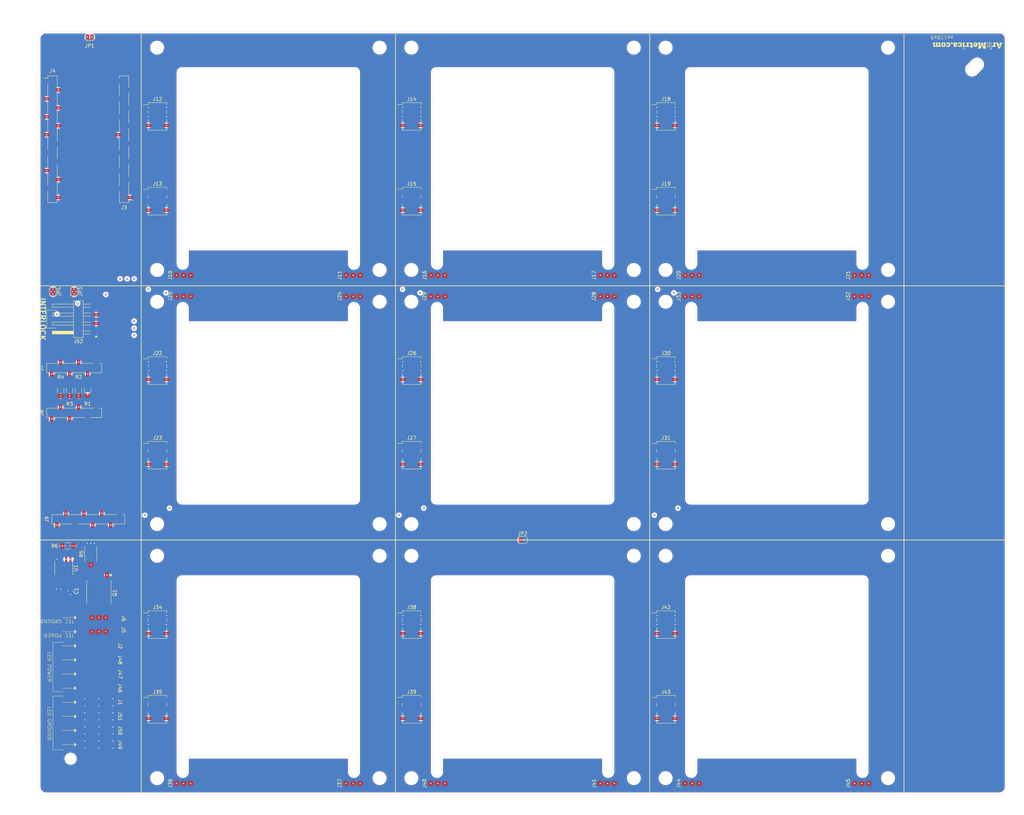
<source format=kicad_pcb>
(kicad_pcb (version 20241229) (generator "pcbnew") (generator_version "9.0")
  (layers (0 "F.Cu" power) (4 "In1.Cu" signal) (6 "In2.Cu" signal) (2 "B.Cu" power) (13 "F.Paste" user) (15 "B.Paste" user) (5 "F.SilkS" user "F.Silkscreen") (7 "B.SilkS" user "B.Silkscreen") (1 "F.Mask" user) (3 "B.Mask" user) (25 "Edge.Cuts" user))
  (net 0 "")
  (net 1 "/VGND")
  (net 2 "/VSS")
  (net 5 "/AREF")
  (net 7 "/DAC")
  (net 17 "/CIPO")
  (net 19 "/SCL3")
  (net 21 "/3V3")
  (net 22 "/VIN")
  (net 23 "/DUINO_GND")
  (net 24 "/COPI")
  (net 25 "/+5V")
  (net 26 "/SDA3")
  (net 27 "/~{RST}")
  (net 29 "/CK")
  (net 30 "/CS")
  (net 31 "/V_PSS")
  (net 32 "/V_PGND")
  (net 33 "/VD")
  (net 34 "/VC")
  (net 35 "/V_CGND")
  (net 37 "/VA")
  (net 38 "/VB")
  (net 39 "Net-(J52-Pin_2)")
  (net 40 "Net-(J8-Pin_3)")
  (net 41 "Net-(J8-Pin_4)")
  (net 47 "Net-(J11-Pin_1)")
  (net 48 "Net-(J17-Pin_1)")
  (net 49 "Net-(J21-Pin_1)")
  (net 50 "Net-(J25-Pin_1)")
  (net 51 "Net-(J37-Pin_1)")
  (net 52 "Net-(J41-Pin_1)")
  (net 53 "Net-(J24-Pin_1)")
  (net 54 "Net-(J28-Pin_1)")
  (net 56 "Net-(Q1-B)")
  (net 57 "Net-(Q1-E)")
  (net 58 "unconnected-(U1-Pad7)")
  (footprint "custom:TE_2834012-3_1x01_P4.0mm_Horizontal" (layer "F.Cu") (at -123.4 94 -90)
    (property "Reference" "J49")
    (property "Value" "Conn_01x01")
  )
  (footprint "Jumper:SolderJumper-2_P1.3mm_Open_RoundedPad1.0x1.5mm" (layer "F.Cu") (at -122.6 -106.5)
    (property "Reference" "JP1")
    (property "Value" "SolderJumper_2_Open")
  )
  (footprint "Package_TO_SOT_SMD:TO-252-2" (layer "F.Cu") (at -120 51 -90)
    (property "Reference" "Q1")
    (property "Value" "Q_NPN_CBE")
  )
  (footprint "Connector_PinHeader_2.54mm:PinHeader_2x03_P2.54mm_Vertical_SMD" (layer "F.Cu") (at 40.6 -60)
    (property "Reference" "J19")
    (property "Value" "Conn_02x03_Odd_Even")
  )
  (footprint "custom:MountingHole_3.50mm" (layer "F.Cu") (at 31.5 103.5)
    (property "Reference" "H17" (hide yes))
    (property "Value" "MountingHole" (hide yes))
  )
  (footprint "Connector_Wire:SolderWirePad_1x01_SMD_3x6mm" (layer "F.Cu") (at 48 105 90)
    (property "Reference" "J44")
    (property "Value" "Conn_01x01")
  )
  (footprint "Connector_PinHeader_2.54mm:PinHeader_2x03_P2.54mm_Vertical_SMD" (layer "F.Cu") (at -103.4 -12)
    (property "Reference" "J22")
    (property "Value" "Conn_02x03_Odd_Even")
  )
  (footprint "custom:MountingHole_3.50mm" (layer "F.Cu") (at 31.5 -40.5)
    (property "Reference" "H8" (hide yes))
    (property "Value" "MountingHole" (hide yes))
  )
  (footprint "custom:MountingHole_3.50mm" (layer "F.Cu") (at -31.5 -40.5)
    (property "Reference" "H24" (hide yes))
    (property "Value" "MountingHole" (hide yes))
  )
  (footprint "Connector_PinHeader_2.54mm:PinHeader_2x03_P2.54mm_Vertical_SMD" (layer "F.Cu") (at 40.6 60)
    (property "Reference" "J42")
    (property "Value" "Conn_02x03_Odd_Even")
  )
  (footprint "Connector_Wire:SolderWirePad_1x01_SMD_3x6mm" (layer "F.Cu") (at -48 -39 90)
    (property "Reference" "J11")
    (property "Value" "Conn_01x01")
  )
  (footprint "custom:MountingHole_3.50mm" (layer "F.Cu") (at 40.5 -40.5)
    (property "Reference" "H31" (hide yes))
    (property "Value" "MountingHole" (hide yes))
  )
  (footprint "Connector_PinHeader_2.54mm:PinHeader_2x03_P2.54mm_Vertical_SMD" (layer "F.Cu") (at -31.4 12)
    (property "Reference" "J27")
    (property "Value" "Conn_02x03_Odd_Even")
  )
  (footprint "custom:MountingHole_3.50mm" (layer "F.Cu") (at 40.5 -31.5)
    (property "Reference" "H20" (hide yes))
    (property "Value" "MountingHole" (hide yes))
  )
  (footprint "custom:site_small" (layer "F.Cu") (at 126 -104 180)
    (property "Reference" "SYM1" (hide yes))
    (property "Value" "Logo_Open_Hardware_Small" (hide yes))
  )
  (footprint "Connector_PinSocket_2.54mm:PinSocket_1x14_P2.54mm_Vertical_SMD_Pin1Left" (layer "F.Cu") (at -112.87 -77.55 180)
    (property "Reference" "J3")
    (property "Value" "Conn_01x14")
  )
  (footprint "Connector_PinHeader_2.54mm:PinHeader_2x03_P2.54mm_Vertical_SMD" (layer "F.Cu") (at -103.4 -60)
    (property "Reference" "J13")
    (property "Value" "Conn_02x03_Odd_Even")
  )
  (footprint "Connector_PinHeader_2.54mm:PinHeader_2x03_P2.54mm_Vertical_SMD" (layer "F.Cu") (at 40.6 12)
    (property "Reference" "J31")
    (property "Value" "Conn_02x03_Odd_Even")
  )
  (footprint "Jumper:SolderJumper-2_P1.3mm_Bridged_RoundedPad1.0x1.5mm" (layer "F.Cu") (at -133 -34.35 -90)
    (property "Reference" "JP4")
    (property "Value" "SolderJumper_2_Bridged")
  )
  (footprint "Connector_PinHeader_2.54mm:PinHeader_2x03_P2.54mm_Vertical_SMD" (layer "F.Cu") (at -31.4 -60)
    (property "Reference" "J15")
    (property "Value" "Conn_02x03_Odd_Even")
  )
  (footprint "custom:MountingHole_3.50mm" (layer "F.Cu") (at -40.5 103.5)
    (property "Reference" "H21" (hide yes))
    (property "Value" "MountingHole" (hide yes))
  )
  (footprint "Connector_Wire:SolderWirePad_1x01_SMD_3x6mm" (layer "F.Cu") (at -24 -33 90)
    (property "Reference" "J29")
    (property "Value" "Conn_01x01")
  )
  (footprint "Jumper:SolderJumper-2_P1.3mm_Bridged2Bar_RoundedPad1.0x1.5mm" (layer "F.Cu") (at 0 36)
    (property "Reference" "JP2")
    (property "Value" "SolderJumper_2_Bridged")
  )
  (footprint "custom:MountingHole_3.50mm" (layer "F.Cu") (at 31.5 -103.5)
    (property "Reference" "H25" (hide yes))
    (property "Value" "MountingHole" (hide yes))
  )
  (footprint "Connector_PinSocket_2.54mm:PinSocket_1x06_P2.54mm_Vertical_SMD_Pin1Left" (layer "F.Cu") (at -127 -12.7 90)
    (property "Reference" "J7")
    (property "Value" "Conn_01x06")
  )
  (footprint "Package_SO:SOIC-8_3.9x4.9mm_P1.27mm" (layer "F.Cu") (at -129.935 43.975 -90)
    (property "Reference" "U1")
    (property "Value" "OPA2994xD")
  )
  (footprint "Connector_Wire:SolderWirePad_1x01_SMD_3x6mm" (layer "F.Cu") (at 24 -39 90)
    (property "Reference" "J17")
    (property "Value" "Conn_01x01")
  )
  (footprint "custom:MountingHole_3.50mm" (layer "F.Cu") (at 40.5 103.5)
    (property "Reference" "H34" (hide yes))
    (property "Value" "MountingHole" (hide yes))
  )
  (footprint "Connector_PinSocket_2.54mm:PinSocket_1x08_P2.54mm_Vertical_SMD_Pin1Left" (layer "F.Cu") (at -122.98 30.15 90)
    (property "Reference" "J9")
    (property "Value" "Conn_01x08")
  )
  (footprint "custom:MountingHole_3.50mm" (layer "F.Cu") (at 40.5 40.5)
    (property "Reference" "H11" (hide yes))
    (property "Value" "MountingHole" (hide yes))
  )
  (footprint "Connector_Wire:SolderWirePad_1x01_SMD_3x6mm" (layer "F.Cu") (at 48 -33 90)
    (property "Reference" "J33")
    (property "Value" "Conn_01x01")
  )
  (footprint "custom:MountingHole_3.50mm" (layer "F.Cu") (at 103.5 103.5)
    (property "Reference" "H27" (hide yes))
    (property "Value" "MountingHole" (hide yes))
  )
  (footprint "custom:TE_2834012-3_1x01_P4.0mm_Horizontal" (layer "F.Cu") (at -123.4 58 -90)
    (property "Reference" "J6")
    (property "Value" "Conn_01x01")
  )
  (footprint "custom:MountingHole_3.50mm" (layer "F.Cu") (at -31.5 103.5)
    (property "Reference" "H28" (hide yes))
    (property "Value" "MountingHole" (hide yes))
  )
  (footprint "Capacitor_SMD:C_0805_2012Metric_Pad1.18x1.45mm_HandSolder" (layer "F.Cu") (at -128.03 50.45 -90)
    (property "Reference" "C1")
    (property "Value" "C")
  )
  (footprint "Connector_Wire:SolderWirePad_1x01_SMD_3x6mm" (layer "F.Cu") (at -96 -39 90)
    (property "Reference" "J10")
    (property "Value" "Conn_01x01")
  )
  (footprint "custom:MountingHole_3.50mm" (layer "F.Cu") (at -40.5 40.5)
    (property "Reference" "H5" (hide yes))
    (property "Value" "MountingHole" (hide yes))
  )
  (footprint "custom:TE_2834012-3_1x01_P4.0mm_Horizontal" (layer "F.Cu") (at -123.4 86 -90)
    (property "Reference" "J51")
    (property "Value" "Conn_01x01")
  )
  (footprint "Connector_Wire:SolderWirePad_1x01_SMD_3x6mm" (layer "F.Cu") (at 96 -39 90)
    (property "Reference" "J21")
    (property "Value" "Conn_01x01")
  )
  (footprint "Connector_Wire:SolderWirePad_1x01_SMD_3x6mm" (layer "F.Cu") (at -96 -33 90)
    (property "Reference" "J25")
    (property "Value" "Conn_01x01")
  )
  (footprint "custom:MountingHole_3.50mm" (layer "F.Cu") (at -40.5 -103.5)
    (property "Reference" "H13" (hide yes))
    (property "Value" "MountingHole" (hide yes))
  )
  (footprint "Jumper:SolderJumper-2_P1.3mm_Bridged_RoundedPad1.0x1.5mm" (layer "F.Cu") (at -127 -34.35 -90)
    (property "Reference" "JP3")
    (property "Value" "SolderJumper_2_Bridged")
  )
  (footprint "Connector_PinHeader_2.54mm:PinHeader_2x03_P2.54mm_Vertical_SMD" (layer "F.Cu") (at 40.6 -84)
    (property "Reference" "J18")
    (property "Value" "Conn_02x03_Odd_Even")
  )
  (footprint "custom:TE_2834012-3_1x01_P4.0mm_Horizontal" (layer "F.Cu") (at -123.4 74 -90)
    (property "Reference" "J47")
    (property "Value" "Conn_01x01")
  )
  (footprint "Connector_PinHeader_2.54mm:PinHeader_2x03_P2.54mm_Vertical_SMD" (layer "F.Cu") (at -103.4 -84)
    (property "Reference" "J12")
    (property "Value" "Conn_02x03_Odd_Even")
  )
  (footprint "custom:MountingHole_3.50mm" (layer "F.Cu") (at -40.5 -40.5)
    (property "Reference" "H2" (hide yes))
    (property "Value" "MountingHole" (hide yes))
  )
  (footprint "Connector_Wire:SolderWirePad_1x01_SMD_3x6mm" (layer "F.Cu") (at -48 -33 90)
    (property "Reference" "J24")
    (property "Value" "Conn_01x01")
  )
  (footprint "custom:MountingHole_3.50mm" (layer "F.Cu") (at -31.5 -103.5)
    (property "Reference" "H19" (hide yes))
    (property "Value" "MountingHole" (hide yes))
  )
  (footprint "Connector_PinSocket_2.54mm:PinSocket_1x14_P2.54mm_Vertical_SMD_Pin1Left" (layer "F.Cu") (at -133.13 -77.55)
    (property "Reference" "J4")
    (property "Value" "Conn_01x14")
  )
  (footprint "custom:MountingHole_3.50mm" (layer "F.Cu") (at 103.5 40.5)
    (property "Reference" "H33" (hide yes))
    (property "Value" "MountingHole" (hide yes))
  )
  (footprint "custom:MountingHole_3.50mm" (layer "F.Cu") (at 31.5 -31.5)
    (property "Reference" "H3" (hide yes))
    (property "Value" "MountingHole" (hide yes))
  )
  (footprint "Connector_Wire:SolderWirePad_1x01_SMD_3x6mm" (layer "F.Cu") (at 96 -33 90)
    (property "Reference" "J32")
    (property "Value" "Conn_01x01")
  )
  (footprint "custom:MountingHole_3.50mm" (layer "F.Cu") (at -103.5 31.5)
    (property "Reference" "H15" (hide yes))
    (property "Value" "MountingHole" (hide yes))
  )
  (footprint "custom:TE_2834012-3_1x01_P4.0mm_Horizontal" (layer "F.Cu") (at -123.4 66 -90)
    (property "Reference" "J2")
    (property "Value" "Conn_01x01")
  )
  (footprint "Connector_PinHeader_2.54mm:PinHeader_2x03_P2.54mm_Vertical_SMD" (layer "F.Cu") (at -31.4 -84)
    (property "Reference" "J14")
    (property "Value" "Conn_02x03_Odd_Even")
  )
  (footprint "Connector_PinHeader_2.54mm:PinHeader_2x03_P2.54mm_Vertical_SMD" (layer "F.Cu") (at 40.6 -12)
    (property "Reference" "J30")
    (property "Value" "Conn_02x03_Odd_Even")
  )
  (footprint "custom:MountingHole_3.50mm" (layer "F.Cu") (at -103.5 -40.5)
    (property "Reference" "H1" (hide yes))
    (property "Value" "MountingHole" (hide yes))
  )
  (footprint "custom:MountingHole_3.50mm" (layer "F.Cu") (at 103.5 -31.5)
    (property "Reference" "H36" (hide yes))
    (property "Value" "MountingHole" (hide yes))
  )
  (footprint "custom:TE_2834012-3_1x01_P4.0mm_Horizontal" (layer "F.Cu") (at -123.4 90 -90)
    (property "Reference" "J50")
    (property "Value" "Conn_01x01")
  )
  (footprint "Connector_PinHeader_2.54mm:PinHeader_2x03_P2.54mm_Vertical_SMD" (layer "F.Cu") (at -31.4 84)
    (property "Reference" "J39")
    (property "Value" "Conn_02x03_Odd_Even")
  )
  (footprint "custom:MountingHole_3.50mm" (layer "F.Cu") (at -31.5 40.5)
    (property "Reference" "H6" (hide yes))
    (property "Value" "MountingHole" (hide yes))
  )
  (footprint "Connector_PinSocket_2.54mm:PinSocket_1x06_P2.54mm_Vertical_SMD_Pin1Left" (layer "F.Cu") (at -127 0 90)
    (property "Reference" "J8")
    (property "Value" "Conn_01x06")
  )
  (footprint "custom:MountingHole_3.50mm" (layer "F.Cu") (at 40.5 31.5)
    (property "Reference" "H35" (hide yes))
    (property "Value" "MountingHole" (hide yes))
  )
  (footprint "custom:MountingHole_3.50mm" (layer "F.Cu") (at -40.5 -31.5)
    (property "Reference" "H16" (hide yes))
    (property "Value" "MountingHole" (hide yes))
  )
  (footprint "Connector_PinHeader_2.54mm:PinHeader_2x03_P2.54mm_Vertical_SMD" (layer "F.Cu") (at -31.4 60)
    (property "Reference" "J38")
    (property "Value" "Conn_02x03_Odd_Even")
  )
  (footprint "Connector_PinHeader_2.54mm:PinHeader_2x03_P2.54mm_Vertical_SMD" (layer "F.Cu") (at -31.4 -12)
    (property "Reference" "J26")
    (property "Value" "Conn_02x03_Odd_Even")
  )
  (footprint "Connector_Wire:SolderWirePad_1x01_SMD_3x6mm" (layer "F.Cu") (at -24 105 90)
    (property "Reference" "J40")
    (property "Value" "Conn_01x01")
  )
  (footprint "custom:MountingHole_3.50mm" (layer "F.Cu") (at -31.5 31.5)
    (property "Reference" "H18" (hide yes))
    (property "Value" "MountingHole" (hide yes))
  )
  (footprint "custom:MountingHole_3.50mm" (layer "F.Cu") (at -40.5 31.5)
    (property "Reference" "H12" (hide yes))
    (property "Value" "MountingHole" (hide yes))
  )
  (footprint "Connector_Wire:SolderWirePad_1x01_SMD_3x6mm" (layer "F.Cu") (at -48 105 90)
    (property "Reference" "J37")
    (property "Value" "Conn_01x01")
  )
  (footprint "custom:MountingHole_3.50mm" (layer "F.Cu") (at -103.5 -103.5)
    (property "Reference" "H7" (hide yes))
    (property "Value" "MountingHole" (hide yes))
  )
  (footprint "custom:MountingHole_3.50mm" (layer "F.Cu") (at 31.5 31.5)
    (property "Reference" "H29" (hide yes))
    (property "Value" "MountingHole" (hide yes))
  )
  (footprint "Connector_Wire:SolderWirePad_1x01_SMD_3x6mm" (layer "F.Cu") (at 24 -33 90)
    (property "Reference" "J28")
    (property "Value" "Conn_01x01")
  )
  (footprint "custom:MountingHole_3.50mm" (layer "F.Cu") (at 103.5 -103.5)
    (property "Reference" "H26" (hide yes))
    (property "Value" "MountingHole" (hide yes))
  )
  (footprint "custom:MountingHole_3.50mm" (layer "F.Cu") (at -103.5 103.5)
    (property "Reference" "H22" (hide yes))
    (property "Value" "MountingHole" (hide yes))
  )
  (footprint "custom:TE_2834012-3_1x01_P4.0mm_Horizontal" (layer "F.Cu") (at -123.4 62 -90)
    (property "Reference" "J5")
    (property "Value" "Conn_01x01")
  )
  (footprint "Connector_PinHeader_2.54mm:PinHeader_2x03_P2.54mm_Vertical_SMD" (layer "F.Cu") (at -103.4 12)
    (property "Reference" "J23")
    (property "Value" "Conn_02x03_Odd_Even")
  )
  (footprint "custom:TE_2834012-3_1x01_P4.0mm_Horizontal" (layer "F.Cu") (at -123.4 70 -90)
    (property "Reference" "J48")
    (property "Value" "Conn_01x01")
  )
  (footprint "Resistor_SMD:R_1206_3216Metric_Pad1.30x1.75mm_HandSolder" (layer "F.Cu") (at -128.27 -6.35 -90)
    (property "Reference" "R3")
    (property "Value" "4k7")
  )
  (footprint "custom:TE_2834012-3_1x01_P4.0mm_Horizontal" (layer "F.Cu") (at -123.4 78 -90)
    (property "Reference" "J46")
    (property "Value" "Conn_01x01")
  )
  (footprint "Connector_PinHeader_2.54mm:PinHeader_2x03_P2.54mm_Vertical_SMD" (layer "F.Cu") (at -103.4 60)
    (property "Reference" "J34")
    (property "Value" "Conn_02x03_Odd_Even")
  )
  (footprint "custom:MountingHole_3.50mm" (layer "F.Cu") (at 103.5 -40.5)
    (property "Reference" "H14" (hide yes))
    (property "Value" "MountingHole" (hide yes))
  )
  (footprint "Resistor_SMD:R_1206_3216Metric_Pad1.30x1.75mm_HandSolder" (layer "F.Cu") (at -130.81 -6.35 -90)
    (property "Reference" "R4")
    (property "Value" "4k7")
  )
  (footprint "Connector_Wire:SolderWirePad_1x01_SMD_3x6mm" (layer "F.Cu") (at 48 -39 90)
    (property "Reference" "J20")
    (property "Value" "Conn_01x01")
  )
  (footprint "custom:MountingHole_3.50mm" (layer "F.Cu") (at -103.5 40.5)
    (property "Reference" "H9" (hide yes))
    (property "Value" "MountingHole" (hide yes))
  )
  (footprint "custom:MountingHole_3.50mm" (layer "F.Cu") (at 31.5 40.5)
    (property "Reference" "H23" (hide yes))
    (property "Value" "MountingHole" (hide yes))
  )
  (footprint "custom:MountingHole_3.50mm" (layer "F.Cu") (at 103.5 31.5)
    (property "Reference" "H30" (hide yes))
    (property "Value" "MountingHole" (hide yes))
  )
  (footprint "Connector_Harwin:Harwin_M20-89004xx_1x04_P2.54mm_Horizontal" (layer "F.Cu") (at -126.28 -26.57 180)
    (property "Reference" "J52")
    (property "Value" "Conn_01x04")
  )
  (footprint "Resistor_SMD:R_2512_6332Metric_Pad1.40x3.35mm_HandSolder" (layer "F.Cu") (at -122.28 40 90)
    (property "Reference" "R5")
    (property "Value" "1R")
  )
  (footprint "custom:MountingHole_3.0mm" (layer "F.Cu") (at -128 98)
    (property "Reference" "H37" (hide yes))
    (property "Value" "MountingHole" (hide yes))
  )
  (footprint "custom:MountingHole_3.50mm" (layer "F.Cu") (at -103.5 -31.5)
    (property "Reference" "H4" (hide yes))
    (property "Value" "MountingHole" (hide yes))
  )
  (footprint "Connector_Wire:SolderWirePad_1x01_SMD_3x6mm" (layer "F.Cu") (at -24 -39 90)
    (property "Reference" "J16")
    (property "Value" "Conn_01x01")
  )
  (footprint "Connector_Wire:SolderWirePad_1x01_SMD_3x6mm" (layer "F.Cu") (at 24 105 90)
    (property "Reference" "J41")
    (property "Value" "Conn_01x01")
  )
  (footprint "custom:MountingHole_3.50mm" (layer "F.Cu") (at -31.5 -31.5)
    (property "Reference" "H10" (hide yes))
    (property "Value" "MountingHole" (hide yes))
  )
  (footprint "Resistor_SMD:R_1206_3216Metric_Pad1.30x1.75mm_HandSolder" (layer "F.Cu") (at -128.78 37.7)
    (property "Reference" "R6")
    (property "Value" "4k7")
  )
  (footprint "Connector_PinHeader_2.54mm:PinHeader_2x03_P2.54mm_Vertical_SMD" (layer "F.Cu") (at 40.6 84)
    (property "Reference" "J43")
    (property "Value" "Conn_02x03_Odd_Even")
  )
  (footprint "Connector_PinHeader_2.54mm:PinHeader_2x03_P2.54mm_Vertical_SMD" (layer "F.Cu") (at -103.4 84)
    (property "Reference" "J35")
    (property "Value" "Conn_02x03_Odd_Even")
  )
  (footprint "custom:MountingHole_3.50mm" (layer "F.Cu") (at 40.5 -103.5)
    (property "Reference" "H32" (hide yes))
    (property "Value" "MountingHole" (hide yes))
  )
  (footprint "Connector_Wire:SolderWirePad_1x01_SMD_3x6mm" (layer "F.Cu") (at 96 105 90)
    (property "Reference" "J45")
    (property "Value" "Conn_01x01")
  )
  (footprint "custom:TE_2834012-3_1x01_P4.0mm_Horizontal" (layer "F.Cu") (at -123.4 82 -90)
    (property "Reference" "J1")
    (property "Value" "Conn_01x01")
  )
  (footprint "Resistor_SMD:R_1206_3216Metric_Pad1.30x1.75mm_HandSolder" (layer "F.Cu") (at -125.73 -6.35 -90)
    (property "Reference" "R2")
    (property "Value" "4k7")
  )
  (footprint "Resistor_SMD:R_1206_3216Metric_Pad1.30x1.75mm_HandSolder" (layer "F.Cu") (at -123.19 -6.35 -90)
    (property "Reference" "R1")
    (property "Value" "4k7")
  )
  (footprint "Connector_Wire:SolderWirePad_1x01_SMD_3x6mm" (layer "F.Cu") (at -96 105 90)
    (property "Reference" "J36")
    (property "Value" "Conn_01x01")
  )
  (gr_line (start -133 79) (end -133 65) (stroke (width 0.1)) (layer "F.SilkS"))
  (gr_line (start -130 65) (end -133 65) (stroke (width 0.1)) (layer "F.SilkS"))
  (gr_line (start -130 80.25) (end -133 80.25) (stroke (width 0.1)) (layer "F.SilkS"))
  (gr_line (start -36 108) (end -36 -108) (stroke (width 0.2)) (layer "F.SilkS"))
  (gr_line (start 36 108) (end 36 -108) (stroke (width 0.2)) (layer "F.SilkS"))
  (gr_line (start -134.72 -24.02) (end -134.72 -29.1) (stroke (width 0.1)) (layer "F.SilkS"))
  (gr_line (start 108 108) (end 108 -108) (stroke (width 0.2)) (layer "F.SilkS"))
  (gr_line (start -133 80.25) (end -133 95.5) (stroke (width 0.1)) (layer "F.SilkS"))
  (gr_line (start -134.72 -29.1) (end -132.18 -29.1) (stroke (width 0.1)) (layer "F.SilkS"))
  (gr_line (start -130 79) (end -133 79) (stroke (width 0.1)) (layer "F.SilkS"))
  (gr_line (start 137 -36) (end -137 -36) (stroke (width 0.2)) (layer "F.SilkS"))
  (gr_line (start 137 36) (end -137 36) (stroke (width 0.2)) (layer "F.SilkS"))
  (gr_line (start -132.18 -24.02) (end -134.72 -24.02) (stroke (width 0.1)) (layer "F.SilkS"))
  (gr_line (start -133 95.5) (end -130 95.5) (stroke (width 0.1)) (layer "F.SilkS"))
  (gr_line (start -108 108) (end -108 -108) (stroke (width 0.2)) (layer "F.SilkS"))
  (gr_arc (start -97.5 -29.692413) (mid -96.25 -30.942413) (end -95 -29.692413) (stroke (width 0.05)) (layer "Edge.Cuts"))
  (gr_line (start -137 -106) (end -137 106) (stroke (width 0.05)) (layer "Edge.Cuts"))
  (gr_line (start -46.5 -96.5) (end -46.5 -42.307587) (stroke (width 0.05)) (layer "Edge.Cuts"))
  (gr_line (start -96.5 46.5) (end -47.5 46.5) (stroke (width 0.05)) (layer "Edge.Cuts"))
  (gr_arc (start 137 106) (mid 136.414214 107.414214) (end 135 108) (stroke (width 0.05)) (layer "Edge.Cuts"))
  (gr_line (start -96.5 -97.5) (end -47.5 -97.5) (stroke (width 0.05)) (layer "Edge.Cuts"))
  (gr_line (start 49 -46.5) (end 49 -42.307587) (stroke (width 0.05)) (layer "Edge.Cuts"))
  (gr_arc (start -49 -29.692413) (mid -47.75 -30.942413) (end -46.5 -29.692413) (stroke (width 0.05)) (layer "Edge.Cuts"))
  (gr_arc (start -95 101.692413) (mid -96.25 102.942413) (end -97.5 101.692413) (stroke (width 0.05)) (layer "Edge.Cuts"))
  (gr_arc (start -46.5 101.692413) (mid -47.75 102.942413) (end -49 101.692413) (stroke (width 0.05)) (layer "Edge.Cuts"))
  (gr_line (start -97.5 -42.307587) (end -97.5 -96.5) (stroke (width 0.05)) (layer "Edge.Cuts"))
  (gr_arc (start 46.5 47.5) (mid 46.792893 46.792893) (end 47.5 46.5) (stroke (width 0.05)) (layer "Edge.Cuts"))
  (gr_line (start 23 -42.307587) (end 23 -46.5) (stroke (width 0.05)) (layer "Edge.Cuts"))
  (gr_line (start 95 97.5) (end 49 97.5) (stroke (width 0.05)) (layer "Edge.Cuts"))
  (gr_arc (start -96.5 25.5) (mid -97.207107 25.207107) (end -97.5 24.5) (stroke (width 0.05)) (layer "Edge.Cuts"))
  (gr_arc (start 23 -29.692413) (mid 24.25 -30.942413) (end 25.5 -29.692413) (stroke (width 0.05)) (layer "Edge.Cuts"))
  (gr_line (start 128.353553 -96.232233) (end 129.767767 -97.646447) (stroke (width 0.1)) (layer "Edge.Cuts"))
  (gr_line (start 23 -29.692413) (end 23 -25.5) (stroke (width 0.05)) (layer "Edge.Cuts"))
  (gr_arc (start 49 -42.307587) (mid 47.75 -41.057587) (end 46.5 -42.307587) (stroke (width 0.05)) (layer "Edge.Cuts"))
  (gr_line (start -95 97.5) (end -95 101.692413) (stroke (width 0.05)) (layer "Edge.Cuts"))
  (gr_arc (start -97.5 47.5) (mid -97.207107 46.792893) (end -96.5 46.5) (stroke (width 0.05)) (layer "Edge.Cuts"))
  (gr_line (start -23 -46.5) (end -23 -42.307587) (stroke (width 0.05)) (layer "Edge.Cuts"))
  (gr_arc (start -47.5 46.5) (mid -46.792893 46.792893) (end -46.5 47.5) (stroke (width 0.05)) (layer "Edge.Cuts"))
  (gr_arc (start 127.646447 -99.767767) (mid 129.767767 -99.767767) (end 129.767767 -97.646447) (stroke (width 0.1)) (layer "Edge.Cuts"))
  (gr_arc (start 25.5 101.692413) (mid 24.25 102.942413) (end 23 101.692413) (stroke (width 0.05)) (layer "Edge.Cuts"))
  (gr_line (start -46.5 47.5) (end -46.5 101.692413) (stroke (width 0.05)) (layer "Edge.Cuts"))
  (gr_arc (start -25.5 47.5) (mid -25.207107 46.792893) (end -24.5 46.5) (stroke (width 0.05)) (layer "Edge.Cuts"))
  (gr_arc (start 46.5 -96.5) (mid 46.792893 -97.207107) (end 47.5 -97.5) (stroke (width 0.05)) (layer "Edge.Cuts"))
  (gr_line (start 46.5 -29.692413) (end 46.5 24.5) (stroke (width 0.05)) (layer "Edge.Cuts"))
  (gr_line (start -97.5 -29.692413) (end -97.5 24.5) (stroke (width 0.05)) (layer "Edge.Cuts"))
  (gr_arc (start -97.5 -96.5) (mid -97.207107 -97.207107) (end -96.5 -97.5) (stroke (width 0.05)) (layer "Edge.Cuts"))
  (gr_line (start -46.5 24.5) (end -46.5 -29.692413) (stroke (width 0.05)) (layer "Edge.Cuts"))
  (gr_line (start -135 108) (end 135 108) (stroke (width 0.05)) (layer "Edge.Cuts"))
  (gr_line (start 46.5 -42.307587) (end 46.5 -96.5) (stroke (width 0.05)) (layer "Edge.Cuts"))
  (gr_arc (start -95 -42.307587) (mid -96.25 -41.057587) (end -97.5 -42.307587) (stroke (width 0.05)) (layer "Edge.Cuts"))
  (gr_arc (start 49 101.692413) (mid 47.75 102.942413) (end 46.5 101.692413) (stroke (width 0.05)) (layer "Edge.Cuts"))
  (gr_line (start -25.5 -42.307587) (end -25.5 -96.5) (stroke (width 0.05)) (layer "Edge.Cuts"))
  (gr_line (start -25.5 -29.692413) (end -25.5 24.5) (stroke (width 0.05)) (layer "Edge.Cuts"))
  (gr_line (start -95 -46.5) (end -95 -42.307587) (stroke (width 0.05)) (layer "Edge.Cuts"))
  (gr_line (start -23 97.5) (end -23 101.692413) (stroke (width 0.05)) (layer "Edge.Cuts"))
  (gr_arc (start 97.5 24.5) (mid 97.207107 25.207107) (end 96.5 25.5) (stroke (width 0.05)) (layer "Edge.Cuts"))
  (gr_arc (start 135 -108) (mid 136.414214 -107.414214) (end 137 -106) (stroke (width 0.05)) (layer "Edge.Cuts"))
  (gr_line (start 127.646447 -99.767767) (end 126.232233 -98.353553) (stroke (width 0.1)) (layer "Edge.Cuts"))
  (gr_line (start 137 -106) (end 137 106) (stroke (width 0.05)) (layer "Edge.Cuts"))
  (gr_line (start 95 -25.5) (end 49 -25.5) (stroke (width 0.05)) (layer "Edge.Cuts"))
  (gr_line (start -49 101.692413) (end -49 97.5) (stroke (width 0.05)) (layer "Edge.Cuts"))
  (gr_arc (start 128.353553 -96.232233) (mid 126.232233 -96.232233) (end 126.232233 -98.353553) (stroke (width 0.1)) (layer "Edge.Cuts"))
  (gr_line (start -23 -25.5) (end -23 -29.692413) (stroke (width 0.05)) (layer "Edge.Cuts"))
  (gr_line (start 95 -46.5) (end 49 -46.5) (stroke (width 0.05)) (layer "Edge.Cuts"))
  (gr_arc (start -25.5 -96.5) (mid -25.207107 -97.207107) (end -24.5 -97.5) (stroke (width 0.05)) (layer "Edge.Cuts"))
  (gr_line (start 25.5 24.5) (end 25.5 -29.692413) (stroke (width 0.05)) (layer "Edge.Cuts"))
  (gr_arc (start 25.5 24.5) (mid 25.207107 25.207107) (end 24.5 25.5) (stroke (width 0.05)) (layer "Edge.Cuts"))
  (gr_line (start -49 -25.5) (end -95 -25.5) (stroke (width 0.05)) (layer "Edge.Cuts"))
  (gr_arc (start 96.5 -97.5) (mid 97.207107 -97.207107) (end 97.5 -96.5) (stroke (width 0.05)) (layer "Edge.Cuts"))
  (gr_line (start 47.5 25.5) (end 96.5 25.5) (stroke (width 0.05)) (layer "Edge.Cuts"))
  (gr_line (start -97.5 101.692413) (end -97.5 47.5) (stroke (width 0.05)) (layer "Edge.Cuts"))
  (gr_line (start 95 -29.692413) (end 95 -25.5) (stroke (width 0.05)) (layer "Edge.Cuts"))
  (gr_line (start 23 -25.5) (end -23 -25.5) (stroke (width 0.05)) (layer "Edge.Cuts"))
  (gr_line (start -49 97.5) (end -95 97.5) (stroke (width 0.05)) (layer "Edge.Cuts"))
  (gr_arc (start 24.5 -97.5) (mid 25.207107 -97.207107) (end 25.5 -96.5) (stroke (width 0.05)) (layer "Edge.Cuts"))
  (gr_arc (start 97.5 101.692413) (mid 96.25 102.942413) (end 95 101.692413) (stroke (width 0.05)) (layer "Edge.Cuts"))
  (gr_line (start -96.5 25.5) (end -47.5 25.5) (stroke (width 0.05)) (layer "Edge.Cuts"))
  (gr_line (start -95 -25.5) (end -95 -29.692413) (stroke (width 0.05)) (layer "Edge.Cuts"))
  (gr_arc (start 25.5 -42.307587) (mid 24.25 -41.057587) (end 23 -42.307587) (stroke (width 0.05)) (layer "Edge.Cuts"))
  (gr_line (start 49 97.5) (end 49 101.692413) (stroke (width 0.05)) (layer "Edge.Cuts"))
  (gr_arc (start 24.5 46.5) (mid 25.207107 46.792893) (end 25.5 47.5) (stroke (width 0.05)) (layer "Edge.Cuts"))
  (gr_line (start 95 -42.307587) (end 95 -46.5) (stroke (width 0.05)) (layer "Edge.Cuts"))
  (gr_arc (start -46.5 -42.307587) (mid -47.75 -41.057587) (end -49 -42.307587) (stroke (width 0.05)) (layer "Edge.Cuts"))
  (gr_arc (start 46.5 -29.692413) (mid 47.75 -30.942413) (end 49 -29.692413) (stroke (width 0.05)) (layer "Edge.Cuts"))
  (gr_line (start 95 101.692413) (end 95 97.5) (stroke (width 0.05)) (layer "Edge.Cuts"))
  (gr_line (start 49 -25.5) (end 49 -29.692413) (stroke (width 0.05)) (layer "Edge.Cuts"))
  (gr_arc (start -25.5 -29.692413) (mid -24.25 -30.942413) (end -23 -29.692413) (stroke (width 0.05)) (layer "Edge.Cuts"))
  (gr_line (start -49 -29.692413) (end -49 -25.5) (stroke (width 0.05)) (layer "Edge.Cuts"))
  (gr_arc (start 95 -29.692413) (mid 96.25 -30.942413) (end 97.5 -29.692413) (stroke (width 0.05)) (layer "Edge.Cuts"))
  (gr_arc (start 47.5 25.5) (mid 46.792893 25.207107) (end 46.5 24.5) (stroke (width 0.05)) (layer "Edge.Cuts"))
  (gr_arc (start -23 101.692413) (mid -24.25 102.942413) (end -25.5 101.692413) (stroke (width 0.05)) (layer "Edge.Cuts"))
  (gr_line (start 23 -46.5) (end -23 -46.5) (stroke (width 0.05)) (layer "Edge.Cuts"))
  (gr_line (start -49 -42.307587) (end -49 -46.5) (stroke (width 0.05)) (layer "Edge.Cuts"))
  (gr_line (start -49 -46.5) (end -95 -46.5) (stroke (width 0.05)) (layer "Edge.Cuts"))
  (gr_line (start -24.5 46.5) (end 24.5 46.5) (stroke (width 0.05)) (layer "Edge.Cuts"))
  (gr_line (start -24.5 -97.5) (end 24.5 -97.5) (stroke (width 0.05)) (layer "Edge.Cuts"))
  (gr_line (start 47.5 46.5) (end 96.5 46.5) (stroke (width 0.05)) (layer "Edge.Cuts"))
  (gr_line (start 23 101.692413) (end 23 97.5) (stroke (width 0.05)) (layer "Edge.Cuts"))
  (gr_arc (start 96.5 46.5) (mid 97.207107 46.792893) (end 97.5 47.5) (stroke (width 0.05)) (layer "Edge.Cuts"))
  (gr_arc (start -23 -42.307587) (mid -24.25 -41.057587) (end -25.5 -42.307587) (stroke (width 0.05)) (layer "Edge.Cuts"))
  (gr_line (start 25.5 47.5) (end 25.5 101.692413) (stroke (width 0.05)) (layer "Edge.Cuts"))
  (gr_arc (start -135 108) (mid -136.414214 107.414214) (end -137 106) (stroke (width 0.05)) (layer "Edge.Cuts"))
  (gr_line (start 47.5 -97.5) (end 96.5 -97.5) (stroke (width 0.05)) (layer "Edge.Cuts"))
  (gr_arc (start -24.5 25.5) (mid -25.207107 25.207107) (end -25.5 24.5) (stroke (width 0.05)) (layer "Edge.Cuts"))
  (gr_line (start -24.5 25.5) (end 24.5 25.5) (stroke (width 0.05)) (layer "Edge.Cuts"))
  (gr_line (start 97.5 24.5) (end 97.5 -29.692413) (stroke (width 0.05)) (layer "Edge.Cuts"))
  (gr_line (start -25.5 101.692413) (end -25.5 47.5) (stroke (width 0.05)) (layer "Edge.Cuts"))
  (gr_line (start 23 97.5) (end -23 97.5) (stroke (width 0.05)) (layer "Edge.Cuts"))
  (gr_line (start 97.5 47.5) (end 97.5 101.692413) (stroke (width 0.05)) (layer "Edge.Cuts"))
  (gr_line (start 97.5 -96.5) (end 97.5 -42.307587) (stroke (width 0.05)) (layer "Edge.Cuts"))
  (gr_line (start 135 -108) (end -135 -108) (stroke (width 0.05)) (layer "Edge.Cuts"))
  (gr_arc (start -137 -106) (mid -136.414214 -107.414214) (end -135 -108) (stroke (width 0.05)) (layer "Edge.Cuts"))
  (gr_arc (start -47.5 -97.5) (mid -46.792893 -97.207107) (end -46.5 -96.5) (stroke (width 0.05)) (layer "Edge.Cuts"))
  (gr_line (start 25.5 -96.5) (end 25.5 -42.307587) (stroke (width 0.05)) (layer "Edge.Cuts"))
  (gr_arc (start -46.5 24.5) (mid -46.792893 25.207107) (end -47.5 25.5) (stroke (width 0.05)) (layer "Edge.Cuts"))
  (gr_arc (start 97.5 -42.307587) (mid 96.25 -41.057587) (end 95 -42.307587) (stroke (width 0.05)) (layer "Edge.Cuts"))
  (gr_line (start 46.5 101.692413) (end 46.5 47.5) (stroke (width 0.05)) (layer "Edge.Cuts"))
  (gr_text "LED POWER" (at -134 72 270) (layer "F.SilkS") (effects (font (size 1 1) (thickness 0.1))))
  (gr_text "LED GROUND" (at -134 88 270) (layer "F.SilkS") (effects (font (size 1 1) (thickness 0.1))))
  (gr_text "TEC POWER" (at -127 63 180) (layer "F.SilkS") (effects (font (size 1 1) (thickness 0.1)) (justify left)))
  (gr_text "ee118a9" (at 122 -107 180) (layer "F.SilkS") (effects (font (size 1 1) (thickness 0.1)) (justify left bottom)))
  (gr_text "TEC GROUND" (at -127 59 180) (layer "F.SilkS") (effects (font (size 1 1) (thickness 0.1)) (justify left)))
  (gr_text "INTERLOCK" (at -135.925 -26.57 270) (layer "F.SilkS") (effects (font (size 1.5 1.5) (thickness 0.3) (bold yes))))
  (segment (start -131.84 49.76) (end -132.03 49.95) (width 0.5) (layer "F.Cu") (net 1))
  (segment (start -130.57 49.74) (end -130.78 49.95) (width 0.5) (layer "F.Cu") (net 1))
  (segment (start -131.84 46.45) (end -131.84 49.76) (width 0.5) (layer "F.Cu") (net 1))
  (segment (start -130.57 46.45) (end -130.57 49.74) (width 0.5) (layer "F.Cu") (net 1))
  (via (at -120 87) (size 0.6) (drill 0.3) (layers "F.Cu" "B.Cu") (net 1))
  (via (at -116 91) (size 0.6) (drill 0.3) (layers "F.Cu" "B.Cu") (net 1))
  (via (at -120 85) (size 0.6) (drill 0.3) (layers "F.Cu" "B.Cu") (net 1))
  (via (at -100.875 -86.54) (size 0.6) (drill 0.3) (layers "F.Cu" "B.Cu") (net 1))
  (via (at -28.875 60) (size 0.6) (drill 0.3) (layers "F.Cu" "B.Cu") (net 1))
  (via (at -116 93) (size 0.6) (drill 0.3) (layers "F.Cu" "B.Cu") (net 1))
  (via (at -124 91) (size 0.6) (drill 0.3) (layers "F.Cu" "B.Cu") (net 1))
  (via (at 43.125 60) (size 0.6) (drill 0.3) (layers "F.Cu" "B.Cu") (net 1))
  (via (at -33.925 -14.54) (size 0.6) (drill 0.3) (layers "F.Cu" "B.Cu") (net 1))
  (via (at -120 83) (size 0.6) (drill 0.3) (layers "F.Cu" "B.Cu") (net 1))
  (via (at -105.925 -14.54) (size 0.6) (drill 0.3) (layers "F.Cu" "B.Cu") (net 1))
  (via (at -100.875 -12) (size 0.6) (drill 0.3) (layers "F.Cu" "B.Cu") (net 1))
  (via (at -105.925 60) (size 0.6) (drill 0.3) (layers "F.Cu" "B.Cu") (net 1))
  (via (at 38.075 -84) (size 0.6) (drill 0.3) (layers "F.Cu" "B.Cu") (net 1))
  (via (at -120 91) (size 0.6) (drill 0.3) (layers "F.Cu" "B.Cu") (net 1))
  (via (at 38.075 -12) (size 0.6) (drill 0.3) (layers "F.Cu" "B.Cu") (net 1))
  (via (at 38.075 57.46) (size 0.6) (drill 0.3) (layers "F.Cu" "B.Cu") (net 1))
  (via (at 43.125 -84) (size 0.6) (drill 0.3) (layers "F.Cu" "B.Cu") (net 1))
  (via (at 43.125 57.46) (size 0.6) (drill 0.3) (layers "F.Cu" "B.Cu") (net 1))
  (via (at -124 89) (size 0.6) (drill 0.3) (layers "F.Cu" "B.Cu") (net 1))
  (via (at -132.03 49.95) (size 0.6) (drill 0.3) (layers "F.Cu" "B.Cu") (net 1))
  (via (at -120 81) (size 0.6) (drill 0.3) (layers "F.Cu" "B.Cu") (net 1))
  (via (at -116 85) (size 0.6) (drill 0.3) (layers "F.Cu" "B.Cu") (net 1))
  (via (at -124 81) (size 0.6) (drill 0.3) (layers "F.Cu" "B.Cu") (net 1))
  (via (at 43.125 -86.54) (size 0.6) (drill 0.3) (layers "F.Cu" "B.Cu") (net 1))
  (via (at -28.875 -84) (size 0.6) (drill 0.3) (layers "F.Cu" "B.Cu") (net 1))
  (via (at 38.075 60) (size 0.6) (drill 0.3) (layers "F.Cu" "B.Cu") (net 1))
  (via (at -105.925 -84) (size 0.6) (drill 0.3) (layers "F.Cu" "B.Cu") (net 1))
  (via (at -116 87) (size 0.6) (drill 0.3) (layers "F.Cu" "B.Cu") (net 1))
  (via (at -100.875 57.46) (size 0.6) (drill 0.3) (layers "F.Cu" "B.Cu") (net 1))
  (via (at -120 89) (size 0.6) (drill 0.3) (layers "F.Cu" "B.Cu") (net 1))
  (via (at -33.925 60) (size 0.6) (drill 0.3) (layers "F.Cu" "B.Cu") (net 1))
  (via (at -33.925 57.46) (size 0.6) (drill 0.3) (layers "F.Cu" "B.Cu") (net 1))
  (via (at -124 85) (size 0.6) (drill 0.3) (layers "F.Cu" "B.Cu") (net 1))
  (via (at -128.03 51.4875) (size 0.6) (drill 0.3) (layers "F.Cu" "B.Cu") (net 1))
  (via (at -124 83) (size 0.6) (drill 0.3) (layers "F.Cu" "B.Cu") (net 1))
  (via (at -100.875 -14.54) (size 0.6) (drill 0.3) (layers "F.Cu" "B.Cu") (net 1))
  (via (at -116 89) (size 0.6) (drill 0.3) (layers "F.Cu" "B.Cu") (net 1))
  (via (at -124 93) (size 0.6) (drill 0.3) (layers "F.Cu" "B.Cu") (net 1))
  (via (at -120 93) (size 0.6) (drill 0.3) (layers "F.Cu" "B.Cu") (net 1))
  (via (at -116 83) (size 0.6) (drill 0.3) (layers "F.Cu" "B.Cu") (net 1))
  (via (at -130.78 49.95) (size 0.6) (drill 0.3) (layers "F.Cu" "B.Cu") (net 1))
  (via (at -124 87) (size 0.6) (drill 0.3) (layers "F.Cu" "B.Cu") (net 1))
  (via (at -131.84 41.5) (size 0.6) (drill 0.3) (layers "F.Cu" "B.Cu") (net 1))
  (via (at -105.925 57.46) (size 0.6) (drill 0.3) (layers "F.Cu" "B.Cu") (net 1))
  (via (at -100.875 60) (size 0.6) (drill 0.3) (layers "F.Cu" "B.Cu") (net 1))
  (via (at -28.875 -86.54) (size 0.6) (drill 0.3) (layers "F.Cu" "B.Cu") (net 1))
  (via (at -122.28 36.95) (size 0.6) (drill 0.3) (layers "F.Cu" "B.Cu") (net 1))
  (via (at -28.875 -12) (size 0.6) (drill 0.3) (layers "F.Cu" "B.Cu") (net 1))
  (via (at -33.925 -12) (size 0.6) (drill 0.3) (layers "F.Cu" "B.Cu") (net 1))
  (via (at -116 81) (size 0.6) (drill 0.3) (layers "F.Cu" "B.Cu") (net 1))
  (via (at -121.28 36.95) (size 0.6) (drill 0.3) (layers "F.Cu" "B.Cu") (net 1))
  (via (at 38.075 -86.54) (size 0.6) (drill 0.3) (layers "F.Cu" "B.Cu") (net 1))
  (via (at -28.875 -14.54) (size 0.6) (drill 0.3) (layers "F.Cu" "B.Cu") (net 1))
  (via (at -105.925 -86.54) (size 0.6) (drill 0.3) (layers "F.Cu" "B.Cu") (net 1))
  (via (at 0.65 36) (size 0.6) (drill 0.3) (layers "F.Cu" "B.Cu") (net 1))
  (via (at -33.925 -84) (size 0.6) (drill 0.3) (layers "F.Cu" "B.Cu") (net 1))
  (via (at -33.925 -86.54) (size 0.6) (drill 0.3) (layers "F.Cu" "B.Cu") (net 1))
  (via (at 38.075 -14.54) (size 0.6) (drill 0.3) (layers "F.Cu" "B.Cu") (net 1))
  (via (at -116 95) (size 0.6) (drill 0.3) (layers "F.Cu" "B.Cu") (net 1))
  (via (at -28.875 57.46) (size 0.6) (drill 0.3) (layers "F.Cu" "B.Cu") (net 1))
  (via (at -100.875 -84) (size 0.6) (drill 0.3) (layers "F.Cu" "B.Cu") (net 1))
  (via (at -123.28 36.95) (size 0.6) (drill 0.3) (layers "F.Cu" "B.Cu") (net 1))
  (via (at 43.125 -14.54) (size 0.6) (drill 0.3) (layers "F.Cu" "B.Cu") (net 1))
  (via (at -120 95) (size 0.6) (drill 0.3) (layers "F.Cu" "B.Cu") (net 1))
  (via (at -124 95) (size 0.6) (drill 0.3) (layers "F.Cu" "B.Cu") (net 1))
  (via (at -105.925 -12) (size 0.6) (drill 0.3) (layers "F.Cu" "B.Cu") (net 1))
  (via (at 43.125 -12) (size 0.6) (drill 0.3) (layers "F.Cu" "B.Cu") (net 1))
  (segment (start -125.8175 49.4125) (end -125.78 49.45) (width 0.5) (layer "F.Cu") (net 2))
  (segment (start -128.03 49.4125) (end -128.03 46.45) (width 0.5) (layer "F.Cu") (net 2))
  (segment (start -128.03 49.4125) (end -125.8175 49.4125) (width 0.5) (layer "F.Cu") (net 2))
  (via (at -111.22 -61.04) (size 0.6) (drill 0.3) (layers "F.Cu" "B.Cu") (net 5))
  (via (at -121.95 -106.5) (size 0.6) (drill 0.3) (layers "F.Cu" "B.Cu") (net 5))
  (segment (start -130.57 37.94) (end -130.33 37.7) (width 0.5) (layer "F.Cu") (net 7))
  (segment (start -130.57 41.5) (end -130.57 37.94) (width 0.5) (layer "F.Cu") (net 7))
  (via (at -118.03 -33.55) (size 0.6) (drill 0.3) (layers "F.Cu" "B.Cu") (net 7))
  (via (at -130.33 37.7) (size 0.6) (drill 0.3) (layers "F.Cu" "B.Cu") (net 7))
  (via (at -114.52 -78.82) (size 0.6) (drill 0.3) (layers "F.Cu" "B.Cu") (net 7))
  (via (at -134.78 -83.9) (size 0.6) (drill 0.3) (layers "F.Cu" "B.Cu") (net 17))
  (via (at -121.71 31.8) (size 0.6) (drill 0.3) (layers "F.Cu" "B.Cu") (net 17))
  (via (at -127 -35) (size 0.6) (drill 0.3) (layers "F.Cu" "B.Cu") (net 19))
  (via (at -134.78 -78.82) (size 0.6) (drill 0.3) (layers "F.Cu" "B.Cu") (net 19))
  (via (at -131.48 -66.12) (size 0.6) (drill 0.3) (layers "F.Cu" "B.Cu") (net 21))
  (via (at -123.25 -106.5) (size 0.6) (drill 0.3) (layers "F.Cu" "B.Cu") (net 21))
  (via (at -134.78 -68.66) (size 0.6) (drill 0.3) (layers "F.Cu" "B.Cu") (net 23))
  (via (at -127.23 37.7) (size 0.6) (drill 0.3) (layers "F.Cu" "B.Cu") (net 23))
  (via (at -130.81 -1.65) (size 0.6) (drill 0.3) (layers "F.Cu" "B.Cu") (net 23))
  (via (at -129.33 28.5) (size 0.6) (drill 0.3) (layers "F.Cu" "B.Cu") (net 23))
  (via (at -134.78 -88.98) (size 0.6) (drill 0.3) (layers "F.Cu" "B.Cu") (net 24))
  (via (at -119.17 28.5) (size 0.6) (drill 0.3) (layers "F.Cu" "B.Cu") (net 24))
  (via (at -131.48 -61.04) (size 0.6) (drill 0.3) (layers "F.Cu" "B.Cu") (net 25))
  (via (at -131.87 -28) (size 0.6) (drill 0.3) (layers "F.Cu" "B.Cu") (net 25))
  (via (at -131.87 31.8) (size 0.6) (drill 0.3) (layers "F.Cu" "B.Cu") (net 25))
  (via (at -120.755 -27.84) (size 0.6) (drill 0.3) (layers "F.Cu" "B.Cu") (net 25))
  (via (at -131.48 -81.36) (size 0.6) (drill 0.3) (layers "F.Cu" "B.Cu") (net 26))
  (via (at -133 -35) (size 0.6) (drill 0.3) (layers "F.Cu" "B.Cu") (net 26))
  (via (at -131.48 -86.44) (size 0.6) (drill 0.3) (layers "F.Cu" "B.Cu") (net 29))
  (via (at -124.25 28.5) (size 0.6) (drill 0.3) (layers "F.Cu" "B.Cu") (net 29))
  (via (at -131.48 -91.52) (size 0.6) (drill 0.3) (layers "F.Cu" "B.Cu") (net 30))
  (via (at -116.63 31.8) (size 0.6) (drill 0.3) (layers "F.Cu" "B.Cu") (net 30))
  (via (at -122 62) (size 0.6) (drill 0.3) (layers "F.Cu" "B.Cu") (net 31))
  (via (at 98 105) (size 0.6) (drill 0.3) (layers "F.Cu" "B.Cu") (net 31))
  (via (at 94 105) (size 0.6) (drill 0.3) (layers "F.Cu" "B.Cu") (net 31))
  (via (at -120 62) (size 0.6) (drill 0.3) (layers "F.Cu" "B.Cu") (net 31))
  (via (at 96 105) (size 0.6) (drill 0.3) (layers "F.Cu" "B.Cu") (net 31))
  (via (at -118.05 62) (size 0.6) (drill 0.3) (layers "F.Cu" "B.Cu") (net 31))
  (segment (start -118.05 54.21) (end -120 52.26) (width 3) (layer "F.Cu") (net 32))
  (segment (start -118.05 58) (end -118.05 54.21) (width 3) (layer "F.Cu") (net 32))
  (segment (start -122 54.26) (end -120 52.26) (width 3) (layer "F.Cu") (net 32))
  (segment (start -120 58) (end -120 52.26) (width 3) (layer "F.Cu") (net 32))
  (segment (start -122 58) (end -122 54.26) (width 3) (layer "F.Cu") (net 32))
  (via (at -110 -38) (size 0.6) (drill 0.3) (layers "F.Cu" "B.Cu") (net 32))
  (via (at -112 -38) (size 0.6) (drill 0.3) (layers "F.Cu" "B.Cu") (net 32))
  (via (at -98 -39) (size 0.6) (drill 0.3) (layers "F.Cu" "B.Cu") (net 32))
  (via (at -96 -39) (size 0.6) (drill 0.3) (layers "F.Cu" "B.Cu") (net 32))
  (via (at -122 58) (size 0.6) (drill 0.3) (layers "F.Cu" "B.Cu") (net 32))
  (via (at -94 -39) (size 0.6) (drill 0.3) (layers "F.Cu" "B.Cu") (net 32))
  (via (at -114 -38) (size 0.6) (drill 0.3) (layers "F.Cu" "B.Cu") (net 32))
  (via (at -118.05 58) (size 0.6) (drill 0.3) (layers "F.Cu" "B.Cu") (net 32))
  (via (at -120 58) (size 0.6) (drill 0.3) (layers "F.Cu" "B.Cu") (net 32))
  (via (at 43.125 86.54) (size 0.6) (drill 0.3) (layers "F.Cu" "B.Cu") (net 33))
  (via (at -100 27) (size 0.6) (drill 0.3) (layers "F.Cu" "B.Cu") (net 33))
  (via (at -28 27) (size 0.6) (drill 0.3) (layers "F.Cu" "B.Cu") (net 33))
  (via (at -123.19 -11.05) (size 0.6) (drill 0.3) (layers "F.Cu" "B.Cu") (net 33))
  (via (at 44 27) (size 0.6) (drill 0.3) (layers "F.Cu" "B.Cu") (net 33))
  (via (at 43.125 -57.46) (size 0.6) (drill 0.3) (layers "F.Cu" "B.Cu") (net 33))
  (via (at 43.125 14.54) (size 0.6) (drill 0.3) (layers "F.Cu" "B.Cu") (net 33))
  (via (at -28.875 -57.46) (size 0.6) (drill 0.3) (layers "F.Cu" "B.Cu") (net 33))
  (via (at -100.875 14.54) (size 0.6) (drill 0.3) (layers "F.Cu" "B.Cu") (net 33))
  (via (at -100.875 -57.46) (size 0.6) (drill 0.3) (layers "F.Cu" "B.Cu") (net 33))
  (via (at -28.875 86.54) (size 0.6) (drill 0.3) (layers "F.Cu" "B.Cu") (net 33))
  (via (at -123.19 -5.08) (size 0.6) (drill 0.3) (layers "F.Cu" "B.Cu") (net 33))
  (via (at -28.875 14.54) (size 0.6) (drill 0.3) (layers "F.Cu" "B.Cu") (net 33))
  (via (at -100.875 86.54) (size 0.6) (drill 0.3) (layers "F.Cu" "B.Cu") (net 33))
  (via (at -125.73 -14.35) (size 0.6) (drill 0.3) (layers "F.Cu" "B.Cu") (net 34))
  (via (at -35 29) (size 0.6) (drill 0.3) (layers "F.Cu" "B.Cu") (net 34))
  (via (at -105.925 86.54) (size 0.6) (drill 0.3) (layers "F.Cu" "B.Cu") (net 34))
  (via (at -107 29) (size 0.6) (drill 0.3) (layers "F.Cu" "B.Cu") (net 34))
  (via (at -125.73 -4.8) (size 0.6) (drill 0.3) (layers "F.Cu" "B.Cu") (net 34))
  (via (at 38.075 86.54) (size 0.6) (drill 0.3) (layers "F.Cu" "B.Cu") (net 34))
  (via (at 38.075 14.54) (size 0.6) (drill 0.3) (layers "F.Cu" "B.Cu") (net 34))
  (via (at 37.324 29) (size 0.6) (drill 0.3) (layers "F.Cu" "B.Cu") (net 34))
  (via (at 38.075 -57.46) (size 0.6) (drill 0.3) (layers "F.Cu" "B.Cu") (net 34))
  (via (at -33.925 14.54) (size 0.6) (drill 0.3) (layers "F.Cu" "B.Cu") (net 34))
  (via (at -105.925 14.54) (size 0.6) (drill 0.3) (layers "F.Cu" "B.Cu") (net 34))
  (via (at -105.925 -57.46) (size 0.6) (drill 0.3) (layers "F.Cu" "B.Cu") (net 34))
  (via (at -33.925 -57.46) (size 0.6) (drill 0.3) (layers "F.Cu" "B.Cu") (net 34))
  (via (at -33.925 86.54) (size 0.6) (drill 0.3) (layers "F.Cu" "B.Cu") (net 34))
  (segment (start -130.81 -7.9) (end -130.81 -8.51) (width 0.5) (layer "F.Cu") (net 35))
  (segment (start -123.19 -7.9) (end -125.73 -7.9) (width 0.5) (layer "F.Cu") (net 35))
  (segment (start -128.27 -7.9) (end -125.73 -7.9) (width 0.5) (layer "F.Cu") (net 35))
  (segment (start -130.81 -7.9) (end -128.27 -7.9) (width 0.5) (layer "F.Cu") (net 35))
  (segment (start -130.81 -8.51) (end -133.35 -11.05) (width 0.5) (layer "F.Cu") (net 35))
  (via (at -133.35 -11.05) (size 0.6) (drill 0.3) (layers "F.Cu" "B.Cu") (net 35))
  (via (at -0.65 36) (size 0.6) (drill 0.3) (layers "F.Cu" "B.Cu") (net 35))
  (via (at 38.075 -81.46) (size 0.6) (drill 0.3) (layers "F.Cu" "B.Cu") (net 37))
  (via (at -106 -35) (size 0.6) (drill 0.3) (layers "F.Cu" "B.Cu") (net 37))
  (via (at 38.249 -35) (size 0.6) (drill 0.3) (layers "F.Cu" "B.Cu") (net 37))
  (via (at -34 -35) (size 0.6) (drill 0.3) (layers "F.Cu" "B.Cu") (net 37))
  (via (at -105.925 -81.46) (size 0.6) (drill 0.3) (layers "F.Cu" "B.Cu") (net 37))
  (via (at -33.925 -81.46) (size 0.6) (drill 0.3) (layers "F.Cu" "B.Cu") (net 37))
  (via (at -130.81 -4.8) (size 0.6) (drill 0.3) (layers "F.Cu" "B.Cu") (net 37))
  (via (at -105.925 -9.46) (size 0.6) (drill 0.3) (layers "F.Cu" "B.Cu") (net 37))
  (via (at -130.81 -14.35) (size 0.6) (drill 0.3) (layers "F.Cu" "B.Cu") (net 37))
  (via (at 38.075 62.54) (size 0.6) (drill 0.3) (layers "F.Cu" "B.Cu") (net 37))
  (via (at 38.075 -9.46) (size 0.6) (drill 0.3) (layers "F.Cu" "B.Cu") (net 37))
  (via (at -105.925 62.54) (size 0.6) (drill 0.3) (layers "F.Cu" "B.Cu") (net 37))
  (via (at -33.925 -9.46) (size 0.6) (drill 0.3) (layers "F.Cu" "B.Cu") (net 37))
  (via (at -33.925 62.54) (size 0.6) (drill 0.3) (layers "F.Cu" "B.Cu") (net 37))
  (via (at -128.27 -11.05) (size 0.6) (drill 0.3) (layers "F.Cu" "B.Cu") (net 38))
  (via (at 43.125 62.54) (size 0.6) (drill 0.3) (layers "F.Cu" "B.Cu") (net 38))
  (via (at -100.875 62.54) (size 0.6) (drill 0.3) (layers "F.Cu" "B.Cu") (net 38))
  (via (at 42.813925 -34) (size 0.6) (drill 0.3) (layers "F.Cu" "B.Cu") (net 38))
  (via (at -128.27 -4.8) (size 0.6) (drill 0.3) (layers "F.Cu" "B.Cu") (net 38))
  (via (at -100.875 -81.46) (size 0.6) (drill 0.3) (layers "F.Cu" "B.Cu") (net 38))
  (via (at -101 -34) (size 0.6) (drill 0.3) (layers "F.Cu" "B.Cu") (net 38))
  (via (at -28.875 -9.46) (size 0.6) (drill 0.3) (layers "F.Cu" "B.Cu") (net 38))
  (via (at -28.875 -81.46) (size 0.6) (drill 0.3) (layers "F.Cu" "B.Cu") (net 38))
  (via (at -29 -34) (size 0.6) (drill 0.3) (layers "F.Cu" "B.Cu") (net 38))
  (via (at 43.125 -81.46) (size 0.6) (drill 0.3) (layers "F.Cu" "B.Cu") (net 38))
  (via (at -100.875 -9.46) (size 0.6) (drill 0.3) (layers "F.Cu" "B.Cu") (net 38))
  (via (at 43.125 -9.46) (size 0.6) (drill 0.3) (layers "F.Cu" "B.Cu") (net 38))
  (via (at -28.875 62.54) (size 0.6) (drill 0.3) (layers "F.Cu" "B.Cu") (net 38))
  (via (at -133.35 1.65) (size 0.6) (drill 0.3) (layers "F.Cu" "B.Cu") (net 39))
  (via (at -120.755 -25.3) (size 0.6) (drill 0.3) (layers "F.Cu" "B.Cu") (net 39))
  (via (at -128.27 1.65) (size 0.6) (drill 0.3) (layers "F.Cu" "B.Cu") (net 40))
  (via (at -127 -33.7) (size 0.6) (drill 0.3) (layers "F.Cu" "B.Cu") (net 40))
  (via (at -125.73 -1.65) (size 0.6) (drill 0.3) (layers "F.Cu" "B.Cu") (net 41))
  (via (at -126 -31) (size 0.6) (drill 0.3) (layers "F.Cu" "B.Cu") (net 41))
  (via (at -133 -33.7) (size 0.6) (drill 0.3) (layers "F.Cu" "B.Cu") (net 41))
  (via (at -48 -39) (size 0.6) (drill 0.3) (layers "F.Cu" "B.Cu") (net 47))
  (via (at -50 -39) (size 0.6) (drill 0.3) (layers "F.Cu" "B.Cu") (net 47))
  (via (at -46 -39) (size 0.6) (drill 0.3) (layers "F.Cu" "B.Cu") (net 47))
  (via (at -22 -39) (size 0.6) (drill 0.3) (layers "F.Cu" "B.Cu") (net 47))
  (via (at -24 -39) (size 0.6) (drill 0.3) (layers "F.Cu" "B.Cu") (net 47))
  (via (at -26 -39) (size 0.6) (drill 0.3) (layers "F.Cu" "B.Cu") (net 47))
  (via (at 46 -39) (size 0.6) (drill 0.3) (layers "F.Cu" "B.Cu") (net 48))
  (via (at 50 -39) (size 0.6) (drill 0.3) (layers "F.Cu" "B.Cu") (net 48))
  (via (at 26 -39) (size 0.6) (drill 0.3) (layers "F.Cu" "B.Cu") (net 48))
  (via (at 24 -39) (size 0.6) (drill 0.3) (layers "F.Cu" "B.Cu") (net 48))
  (via (at 22 -39) (size 0.6) (drill 0.3) (layers "F.Cu" "B.Cu") (net 48))
  (via (at 48 -39) (size 0.6) (drill 0.3) (layers "F.Cu" "B.Cu") (net 48))
  (via (at 98 -39) (size 0.6) (drill 0.3) (layers "F.Cu" "B.Cu") (net 49))
  (via (at 96 -33) (size 0.6) (drill 0.3) (layers "F.Cu" "B.Cu") (net 49))
  (via (at 94 -33) (size 0.6) (drill 0.3) (layers "F.Cu" "B.Cu") (net 49))
  (via (at 96 -39) (size 0.6) (drill 0.3) (layers "F.Cu" "B.Cu") (net 49))
  (via (at 98 -33) (size 0.6) (drill 0.3) (layers "F.Cu" "B.Cu") (net 49))
  (via (at 94 -39) (size 0.6) (drill 0.3) (layers "F.Cu" "B.Cu") (net 49))
  (via (at -94 105) (size 0.6) (drill 0.3) (layers "F.Cu" "B.Cu") (net 50))
  (via (at -96 -33) (size 0.6) (drill 0.3) (layers "F.Cu" "B.Cu") (net 50))
  (via (at -94 -33) (size 0.6) (drill 0.3) (layers "F.Cu" "B.Cu") (net 50))
  (via (at -98 -33) (size 0.6) (drill 0.3) (layers "F.Cu" "B.Cu") (net 50))
  (via (at -96 105) (size 0.6) (drill 0.3) (layers "F.Cu" "B.Cu") (net 50))
  (via (at -110 -26) (size 0.6) (drill 0.3) (layers "F.Cu" "B.Cu") (net 50))
  (via (at -110 -24) (size 0.6) (drill 0.3) (layers "F.Cu" "B.Cu") (net 50))
  (via (at -98 105) (size 0.6) (drill 0.3) (layers "F.Cu" "B.Cu") (net 50))
  (via (at -110 -22) (size 0.6) (drill 0.3) (layers "F.Cu" "B.Cu") (net 50))
  (via (at -46 105) (size 0.6) (drill 0.3) (layers "F.Cu" "B.Cu") (net 51))
  (via (at -22 105) (size 0.6) (drill 0.3) (layers "F.Cu" "B.Cu") (net 51))
  (via (at -26 105) (size 0.6) (drill 0.3) (layers "F.Cu" "B.Cu") (net 51))
  (via (at -24 105) (size 0.6) (drill 0.3) (layers "F.Cu" "B.Cu") (net 51))
  (via (at -50 105) (size 0.6) (drill 0.3) (layers "F.Cu" "B.Cu") (net 51))
  (via (at -48 105) (size 0.6) (drill 0.3) (layers "F.Cu" "B.Cu") (net 51))
  (via (at 50 105) (size 0.6) (drill 0.3) (layers "F.Cu" "B.Cu") (net 52))
  (via (at 22 105) (size 0.6) (drill 0.3) (layers "F.Cu" "B.Cu") (net 52))
  (via (at 26 105) (size 0.6) (drill 0.3) (layers "F.Cu" "B.Cu") (net 52))
  (via (at 48 105) (size 0.6) (drill 0.3) (layers "F.Cu" "B.Cu") (net 52))
  (via (at 24 105) (size 0.6) (drill 0.3) (layers "F.Cu" "B.Cu") (net 52))
  (via (at 46 105) (size 0.6) (drill 0.3) (layers "F.Cu" "B.Cu") (net 52))
  (via (at -48 -33) (size 0.6) (drill 0.3) (layers "F.Cu" "B.Cu") (net 53))
  (via (at -46 -33) (size 0.6) (drill 0.3) (layers "F.Cu" "B.Cu") (net 53))
  (via (at -50 -33) (size 0.6) (drill 0.3) (layers "F.Cu" "B.Cu") (net 53))
  (via (at -22 -33) (size 0.6) (drill 0.3) (layers "F.Cu" "B.Cu") (net 53))
  (via (at -24 -33) (size 0.6) (drill 0.3) (layers "F.Cu" "B.Cu") (net 53))
  (via (at -26 -33) (size 0.6) (drill 0.3) (layers "F.Cu" "B.Cu") (net 53))
  (via (at 22 -33) (size 0.6) (drill 0.3) (layers "F.Cu" "B.Cu") (net 54))
  (via (at 46 -33) (size 0.6) (drill 0.3) (layers "F.Cu" "B.Cu") (net 54))
  (via (at 50 -33) (size 0.6) (drill 0.3) (layers "F.Cu" "B.Cu") (net 54))
  (via (at 24 -33) (size 0.6) (drill 0.3) (layers "F.Cu" "B.Cu") (net 54))
  (via (at 26 -33) (size 0.6) (drill 0.3) (layers "F.Cu" "B.Cu") (net 54))
  (via (at 48 -33) (size 0.6) (drill 0.3) (layers "F.Cu" "B.Cu") (net 54))
  (via (at -117.72 45.96) (size 0.6) (drill 0.3) (layers "F.Cu" "B.Cu") (net 56))
  (via (at -128.03 41.5) (size 0.6) (drill 0.3) (layers "F.Cu" "B.Cu") (net 56))
  (segment (start -122.28 45.96) (end -122.28 43.05) (width 3) (layer "F.Cu") (net 57))
  (via (at -122.28 43.05) (size 0.6) (drill 0.3) (layers "F.Cu" "B.Cu") (net 57))
  (via (at -129.3 41.5) (size 0.6) (drill 0.3) (layers "F.Cu" "B.Cu") (net 57))
  (segment (start -129.3 49.72) (end -129.53 49.95) (width 0.5) (layer "F.Cu") (net 58))
  (segment (start -129.3 46.45) (end -129.3 49.72) (width 0.5) (layer "F.Cu") (net 58))
  (zone (net 0) (net_name "") (layer "F.Cu") (connect_pads (clearance 0)) (min_thickness 0.25)
    (keepout (tracks allowed) (vias allowed) (pads allowed) (copperpour not_allowed) (footprints allowed))
    (fill (thermal_gap 0.5) (thermal_bridge_width 0.5))
    (polygon (pts (xy -129.03 44.95) (xy -129.03 50.2) (xy -126.78 50.188748) (xy -126.78 44.95)))
  )
  (zone (net 2) (net_name "/VSS") (layer "F.Cu") (connect_pads yes (clearance 0.5)) (min_thickness 0.25) (fill yes (thermal_gap 0.5) (thermal_bridge_width 0.5))
    (polygon (pts (xy -148 -116) (xy -147 114) (xy 142 114) (xy 142 -117)))
  )
  (zone (net 1) (net_name "/VGND") (layer "B.Cu") (priority 1) (connect_pads (clearance 0.5)) (min_thickness 0.25) (fill yes (thermal_gap 0.5) (thermal_bridge_width 0.5))
    (polygon (pts (xy 142 -117) (xy -148 -116) (xy -147 114) (xy 142 114)))
  )
)
</source>
